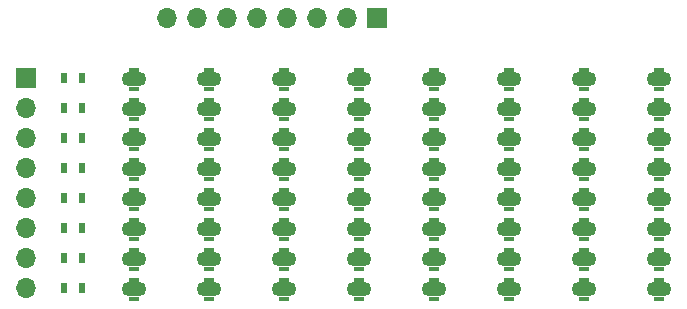
<source format=gbr>
%TF.GenerationSoftware,KiCad,Pcbnew,(5.1.9)-1*%
%TF.CreationDate,2021-06-01T09:40:17-07:00*%
%TF.ProjectId,Reverse_Mount_SMT_LED_PoC,52657665-7273-4655-9f4d-6f756e745f53,rev?*%
%TF.SameCoordinates,Original*%
%TF.FileFunction,Soldermask,Top*%
%TF.FilePolarity,Negative*%
%FSLAX46Y46*%
G04 Gerber Fmt 4.6, Leading zero omitted, Abs format (unit mm)*
G04 Created by KiCad (PCBNEW (5.1.9)-1) date 2021-06-01 09:40:17*
%MOMM*%
%LPD*%
G01*
G04 APERTURE LIST*
%ADD10R,1.700000X1.700000*%
%ADD11O,1.700000X1.700000*%
%ADD12R,0.850000X0.400000*%
%ADD13O,2.100000X1.250000*%
%ADD14R,0.500000X0.900000*%
G04 APERTURE END LIST*
D10*
X146530000Y-67250000D03*
D11*
X143990000Y-67250000D03*
X141450000Y-67250000D03*
X138910000Y-67250000D03*
X136370000Y-67250000D03*
X133830000Y-67250000D03*
X131290000Y-67250000D03*
X128750000Y-67250000D03*
D12*
X125935000Y-74200000D03*
X125935000Y-75860000D03*
D13*
X125935000Y-75030000D03*
D12*
X125935000Y-76740000D03*
X125935000Y-78400000D03*
D13*
X125935000Y-77570000D03*
D12*
X125935000Y-79280000D03*
X125935000Y-80940000D03*
D13*
X125935000Y-80110000D03*
D12*
X125935000Y-81820000D03*
X125935000Y-83480000D03*
D13*
X125935000Y-82650000D03*
D12*
X125935000Y-84360000D03*
X125935000Y-86020000D03*
D13*
X125935000Y-85190000D03*
D12*
X125935000Y-86900000D03*
X125935000Y-88560000D03*
D13*
X125935000Y-87730000D03*
D12*
X125935000Y-89440000D03*
X125935000Y-91100000D03*
D13*
X125935000Y-90270000D03*
D12*
X132285000Y-71660000D03*
X132285000Y-73320000D03*
D13*
X132285000Y-72490000D03*
D12*
X132285000Y-74200000D03*
X132285000Y-75860000D03*
D13*
X132285000Y-75030000D03*
D12*
X132285000Y-76740000D03*
X132285000Y-78400000D03*
D13*
X132285000Y-77570000D03*
D12*
X132285000Y-79280000D03*
X132285000Y-80940000D03*
D13*
X132285000Y-80110000D03*
D12*
X132285000Y-81820000D03*
X132285000Y-83480000D03*
D13*
X132285000Y-82650000D03*
D12*
X132285000Y-84360000D03*
X132285000Y-86020000D03*
D13*
X132285000Y-85190000D03*
D12*
X132285000Y-86900000D03*
X132285000Y-88560000D03*
D13*
X132285000Y-87730000D03*
D12*
X132285000Y-89440000D03*
X132285000Y-91100000D03*
D13*
X132285000Y-90270000D03*
D12*
X138635000Y-71660000D03*
X138635000Y-73320000D03*
D13*
X138635000Y-72490000D03*
D12*
X138635000Y-74200000D03*
X138635000Y-75860000D03*
D13*
X138635000Y-75030000D03*
D12*
X138635000Y-76740000D03*
X138635000Y-78400000D03*
D13*
X138635000Y-77570000D03*
D12*
X138635000Y-79280000D03*
X138635000Y-80940000D03*
D13*
X138635000Y-80110000D03*
D12*
X138635000Y-81820000D03*
X138635000Y-83480000D03*
D13*
X138635000Y-82650000D03*
D12*
X138635000Y-84360000D03*
X138635000Y-86020000D03*
D13*
X138635000Y-85190000D03*
D12*
X138635000Y-86900000D03*
X138635000Y-88560000D03*
D13*
X138635000Y-87730000D03*
D12*
X138635000Y-89440000D03*
X138635000Y-91100000D03*
D13*
X138635000Y-90270000D03*
D12*
X144985000Y-71660000D03*
X144985000Y-73320000D03*
D13*
X144985000Y-72490000D03*
D12*
X144985000Y-74200000D03*
X144985000Y-75860000D03*
D13*
X144985000Y-75030000D03*
D12*
X144985000Y-76740000D03*
X144985000Y-78400000D03*
D13*
X144985000Y-77570000D03*
D12*
X144985000Y-79280000D03*
X144985000Y-80940000D03*
D13*
X144985000Y-80110000D03*
D12*
X144985000Y-81820000D03*
X144985000Y-83480000D03*
D13*
X144985000Y-82650000D03*
D12*
X144985000Y-84360000D03*
X144985000Y-86020000D03*
D13*
X144985000Y-85190000D03*
D12*
X144985000Y-86900000D03*
X144985000Y-88560000D03*
D13*
X144985000Y-87730000D03*
D12*
X144985000Y-89440000D03*
X144985000Y-91100000D03*
D13*
X144985000Y-90270000D03*
D12*
X151335000Y-71660000D03*
X151335000Y-73320000D03*
D13*
X151335000Y-72490000D03*
D12*
X151335000Y-74200000D03*
X151335000Y-75860000D03*
D13*
X151335000Y-75030000D03*
D12*
X151335000Y-76740000D03*
X151335000Y-78400000D03*
D13*
X151335000Y-77570000D03*
D12*
X151335000Y-79280000D03*
X151335000Y-80940000D03*
D13*
X151335000Y-80110000D03*
D12*
X151335000Y-81820000D03*
X151335000Y-83480000D03*
D13*
X151335000Y-82650000D03*
D12*
X151335000Y-84360000D03*
X151335000Y-86020000D03*
D13*
X151335000Y-85190000D03*
D12*
X151335000Y-86900000D03*
X151335000Y-88560000D03*
D13*
X151335000Y-87730000D03*
D12*
X151335000Y-89435000D03*
X151335000Y-91095000D03*
D13*
X151335000Y-90265000D03*
D12*
X157685000Y-71660000D03*
X157685000Y-73320000D03*
D13*
X157685000Y-72490000D03*
D12*
X157685000Y-74200000D03*
X157685000Y-75860000D03*
D13*
X157685000Y-75030000D03*
D12*
X157685000Y-76740000D03*
X157685000Y-78400000D03*
D13*
X157685000Y-77570000D03*
D12*
X157685000Y-79280000D03*
X157685000Y-80940000D03*
D13*
X157685000Y-80110000D03*
D12*
X157685000Y-81820000D03*
X157685000Y-83480000D03*
D13*
X157685000Y-82650000D03*
D12*
X157685000Y-84360000D03*
X157685000Y-86020000D03*
D13*
X157685000Y-85190000D03*
D12*
X157685000Y-86900000D03*
X157685000Y-88560000D03*
D13*
X157685000Y-87730000D03*
D12*
X157685000Y-89440000D03*
X157685000Y-91100000D03*
D13*
X157685000Y-90270000D03*
D12*
X164035000Y-71660000D03*
X164035000Y-73320000D03*
D13*
X164035000Y-72490000D03*
D12*
X164035000Y-74200000D03*
X164035000Y-75860000D03*
D13*
X164035000Y-75030000D03*
D12*
X164035000Y-76740000D03*
X164035000Y-78400000D03*
D13*
X164035000Y-77570000D03*
D12*
X164035000Y-79280000D03*
X164035000Y-80940000D03*
D13*
X164035000Y-80110000D03*
D12*
X164035000Y-81820000D03*
X164035000Y-83480000D03*
D13*
X164035000Y-82650000D03*
D12*
X164035000Y-84360000D03*
X164035000Y-86020000D03*
D13*
X164035000Y-85190000D03*
D12*
X164035000Y-86900000D03*
X164035000Y-88560000D03*
D13*
X164035000Y-87730000D03*
D12*
X164035000Y-89440000D03*
X164035000Y-91100000D03*
D13*
X164035000Y-90270000D03*
D12*
X170385000Y-71660000D03*
X170385000Y-73320000D03*
D13*
X170385000Y-72490000D03*
D12*
X170385000Y-74200000D03*
X170385000Y-75860000D03*
D13*
X170385000Y-75030000D03*
D12*
X170385000Y-76740000D03*
X170385000Y-78400000D03*
D13*
X170385000Y-77570000D03*
D12*
X170385000Y-79280000D03*
X170385000Y-80940000D03*
D13*
X170385000Y-80110000D03*
D12*
X170385000Y-81815000D03*
X170385000Y-83475000D03*
D13*
X170385000Y-82645000D03*
D12*
X170385000Y-84360000D03*
X170385000Y-86020000D03*
D13*
X170385000Y-85190000D03*
D12*
X170385000Y-86900000D03*
X170385000Y-88560000D03*
D13*
X170385000Y-87730000D03*
D12*
X170385000Y-89440000D03*
X170385000Y-91100000D03*
D13*
X170385000Y-90270000D03*
D10*
X116840000Y-72390000D03*
D11*
X116840000Y-74930000D03*
X116840000Y-77470000D03*
X116840000Y-80010000D03*
X116840000Y-82550000D03*
X116840000Y-85090000D03*
X116840000Y-87630000D03*
X116840000Y-90170000D03*
D14*
X121515000Y-72390000D03*
X120015000Y-72390000D03*
X121515000Y-74930000D03*
X120015000Y-74930000D03*
X121515000Y-77470000D03*
X120015000Y-77470000D03*
X121515000Y-80010000D03*
X120015000Y-80010000D03*
X121515000Y-82550000D03*
X120015000Y-82550000D03*
X121515000Y-85090000D03*
X120015000Y-85090000D03*
X121515000Y-87630000D03*
X120015000Y-87630000D03*
X121515000Y-90170000D03*
X120015000Y-90170000D03*
D12*
X125935000Y-71660000D03*
X125935000Y-73320000D03*
D13*
X125935000Y-72490000D03*
M02*

</source>
